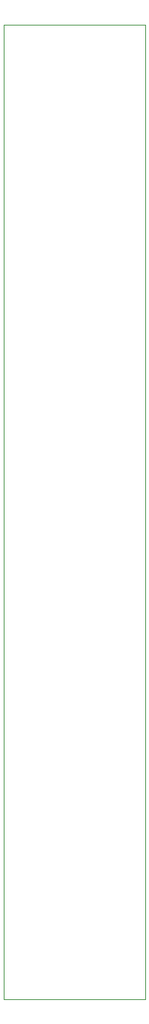
<source format=gbr>
%TF.GenerationSoftware,KiCad,Pcbnew,9.0.6*%
%TF.CreationDate,2026-01-01T17:20:02-06:00*%
%TF.ProjectId,gatekeeper,67617465-6b65-4657-9065-722e6b696361,rev?*%
%TF.SameCoordinates,Original*%
%TF.FileFunction,Profile,NP*%
%FSLAX46Y46*%
G04 Gerber Fmt 4.6, Leading zero omitted, Abs format (unit mm)*
G04 Created by KiCad (PCBNEW 9.0.6) date 2026-01-01 17:20:02*
%MOMM*%
%LPD*%
G01*
G04 APERTURE LIST*
%TA.AperFunction,Profile*%
%ADD10C,0.050000*%
%TD*%
G04 APERTURE END LIST*
D10*
X116000000Y-50000000D02*
X116000000Y-160000000D01*
X100000000Y-160000000D02*
X100000000Y-50000000D01*
X116000000Y-160000000D02*
X100000000Y-160000000D01*
X100000000Y-50000000D02*
X116000000Y-50000000D01*
M02*

</source>
